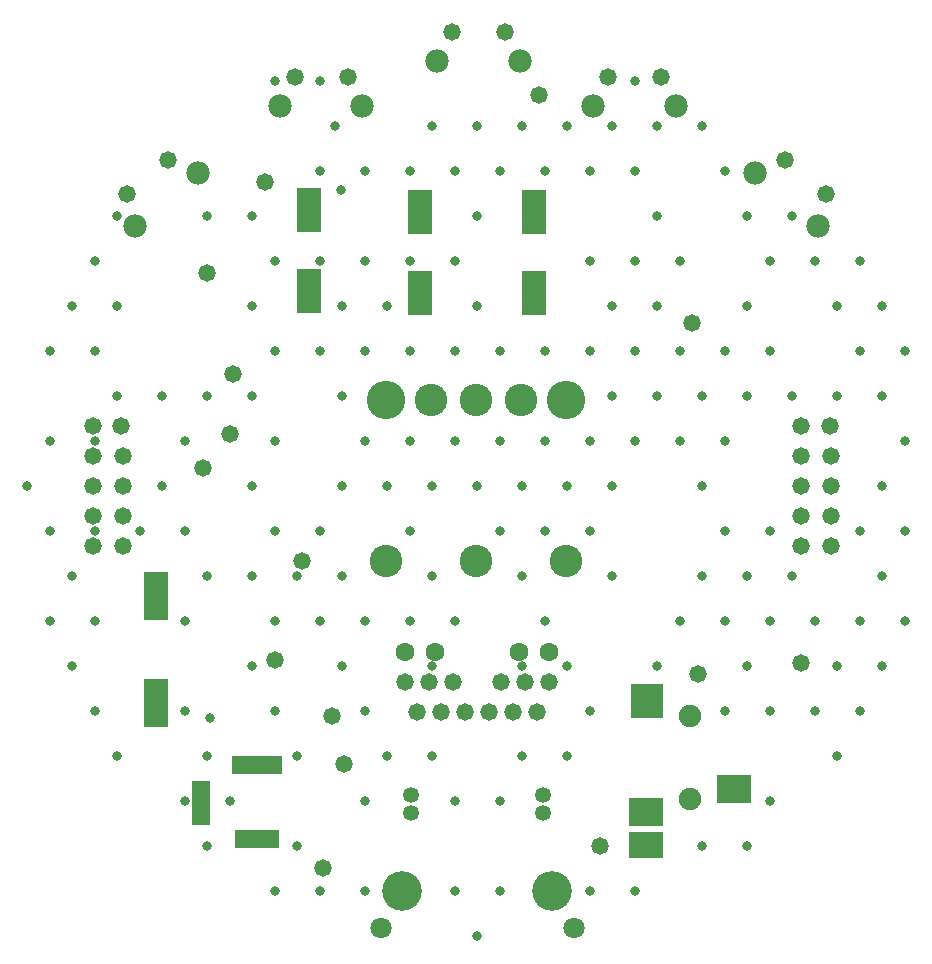
<source format=gbr>
%TF.GenerationSoftware,Altium Limited,Altium Designer,18.1.6 (161)*%
G04 Layer_Color=16711935*
%FSLAX26Y26*%
%MOIN*%
%TF.FileFunction,Soldermask,Bot*%
%TF.Part,Single*%
G01*
G75*
%TA.AperFunction,ComponentPad*%
%ADD33C,0.063000*%
%TA.AperFunction,SMDPad,CuDef*%
%ADD50R,0.118236X0.086740*%
%ADD51R,0.110362X0.118236*%
%ADD52R,0.118236X0.094614*%
%ADD53R,0.082803X0.163512*%
%ADD54R,0.084772X0.145795*%
%TA.AperFunction,ComponentPad*%
%ADD55C,0.058000*%
%ADD56C,0.074929*%
%ADD57C,0.078000*%
%ADD58C,0.053000*%
%ADD59C,0.132000*%
%ADD60C,0.071000*%
%ADD61C,0.128000*%
%ADD62C,0.108000*%
%ADD63R,0.059181X0.145795*%
%ADD64R,0.145795X0.059181*%
%ADD65R,0.165480X0.059181*%
%TA.AperFunction,ViaPad*%
%ADD66C,0.033000*%
%ADD67C,0.058000*%
D33*
X2910000Y2597000D02*
D03*
X3010000D02*
D03*
X3290000D02*
D03*
X3390000D02*
D03*
D50*
X3713661Y1954961D02*
D03*
D51*
X3717598Y2435276D02*
D03*
D52*
X4005000Y2140000D02*
D03*
X3713661Y2065197D02*
D03*
D53*
X2080000Y2782165D02*
D03*
Y2427835D02*
D03*
D54*
X2590000Y4069843D02*
D03*
Y3800157D02*
D03*
X2960000Y4064843D02*
D03*
Y3795157D02*
D03*
X3340000Y4064843D02*
D03*
Y3795157D02*
D03*
D55*
X2664997Y2385000D02*
D03*
X3864997Y3695000D02*
D03*
X2334997Y3525000D02*
D03*
X1984283Y4123060D02*
D03*
X2120000Y4236940D02*
D03*
X3230000Y2497000D02*
D03*
X3310000D02*
D03*
X3390000D02*
D03*
X3070000D02*
D03*
X2990000D02*
D03*
X2910000D02*
D03*
X2950000Y2397000D02*
D03*
X3030000D02*
D03*
X3110000D02*
D03*
X3190000D02*
D03*
X3270000D02*
D03*
X3350000D02*
D03*
X2718583Y4515000D02*
D03*
X2541417D02*
D03*
X3243189Y4665000D02*
D03*
X3066023D02*
D03*
X3763583Y4515000D02*
D03*
X3586417D02*
D03*
X4312858Y4123060D02*
D03*
X4177142Y4236940D02*
D03*
X4330709Y2949606D02*
D03*
Y3049606D02*
D03*
Y3149606D02*
D03*
Y3249606D02*
D03*
X4325709Y3349606D02*
D03*
X4230709D02*
D03*
Y3249606D02*
D03*
Y3149606D02*
D03*
Y3049606D02*
D03*
Y2949606D02*
D03*
X1968504D02*
D03*
Y3049606D02*
D03*
Y3149606D02*
D03*
Y3249606D02*
D03*
X1963504Y3349606D02*
D03*
X1868504D02*
D03*
Y3249606D02*
D03*
Y3149606D02*
D03*
Y3049606D02*
D03*
Y2949606D02*
D03*
D56*
X3859331Y2108504D02*
D03*
Y2384095D02*
D03*
D57*
X2009851Y4016029D02*
D03*
X2220965Y4193175D02*
D03*
X2767795Y4416575D02*
D03*
X2492205D02*
D03*
X3292401Y4566575D02*
D03*
X3016811D02*
D03*
X3812795Y4416575D02*
D03*
X3537205D02*
D03*
X4287291Y4016029D02*
D03*
X4076176Y4193175D02*
D03*
D58*
X2930000Y2121000D02*
D03*
X3370000D02*
D03*
X2930000Y2060000D02*
D03*
X3370000D02*
D03*
D59*
X2900000Y1801000D02*
D03*
X3400000D02*
D03*
D60*
X2828000Y1676000D02*
D03*
X3472000D02*
D03*
D61*
X2845000Y3437000D02*
D03*
X3445000D02*
D03*
D62*
X2995000D02*
D03*
X3145000D02*
D03*
X3295000D02*
D03*
X2845000Y2900000D02*
D03*
X3145000D02*
D03*
X3445000D02*
D03*
D63*
X2229961Y2093110D02*
D03*
D64*
X2415000Y1975000D02*
D03*
D65*
Y2219095D02*
D03*
D66*
X4500000Y3750000D02*
D03*
X4575000Y3600000D02*
D03*
X4500000Y3450000D02*
D03*
X4575000Y3300000D02*
D03*
X4500000Y3150000D02*
D03*
X4575000Y3000000D02*
D03*
X4500000Y2850000D02*
D03*
X4575000Y2700000D02*
D03*
X4500000Y2550000D02*
D03*
X4425000Y3900000D02*
D03*
X4350000Y3750000D02*
D03*
X4425000Y3600000D02*
D03*
X4350000Y3450000D02*
D03*
X4425000Y3000000D02*
D03*
Y2700000D02*
D03*
X4350000Y2550000D02*
D03*
X4425000Y2400000D02*
D03*
X4350000Y2250000D02*
D03*
X4200000Y4050000D02*
D03*
X4275000Y3900000D02*
D03*
X4200000Y3450000D02*
D03*
Y2850000D02*
D03*
X4275000Y2700000D02*
D03*
Y2400000D02*
D03*
X4050000Y4050000D02*
D03*
X4125000Y3900000D02*
D03*
X4050000Y3750000D02*
D03*
X4125000Y3600000D02*
D03*
X4050000Y3450000D02*
D03*
X4125000Y3000000D02*
D03*
X4050000Y2850000D02*
D03*
X4125000Y2700000D02*
D03*
X4050000Y2550000D02*
D03*
X4125000Y2400000D02*
D03*
Y2100000D02*
D03*
X4050000Y1950000D02*
D03*
X3900000Y4350000D02*
D03*
X3975000Y4200000D02*
D03*
Y3600000D02*
D03*
X3900000Y3450000D02*
D03*
X3975000Y3300000D02*
D03*
X3900000Y3150000D02*
D03*
X3975000Y3000000D02*
D03*
X3900000Y2850000D02*
D03*
X3975000Y2700000D02*
D03*
Y2400000D02*
D03*
X3900000Y1950000D02*
D03*
X3750000Y4350000D02*
D03*
Y4050000D02*
D03*
X3825000Y3900000D02*
D03*
X3750000Y3750000D02*
D03*
X3825000Y3600000D02*
D03*
X3750000Y3450000D02*
D03*
X3825000Y3300000D02*
D03*
Y2700000D02*
D03*
X3750000Y2550000D02*
D03*
X3675000Y4500000D02*
D03*
X3600000Y4350000D02*
D03*
X3675000Y4200000D02*
D03*
Y3900000D02*
D03*
X3600000Y3750000D02*
D03*
X3675000Y3600000D02*
D03*
X3600000Y3450000D02*
D03*
X3675000Y3300000D02*
D03*
X3600000Y3150000D02*
D03*
Y2850000D02*
D03*
X3675000Y1800000D02*
D03*
X3450000Y4350000D02*
D03*
X3525000Y4200000D02*
D03*
Y3900000D02*
D03*
Y3600000D02*
D03*
Y3300000D02*
D03*
X3450000Y3150000D02*
D03*
X3525000Y3000000D02*
D03*
X3450000Y2550000D02*
D03*
X3525000Y2400000D02*
D03*
X3450000Y2250000D02*
D03*
X3525000Y1800000D02*
D03*
X3300000Y4350000D02*
D03*
X3375000Y4200000D02*
D03*
Y3600000D02*
D03*
Y3300000D02*
D03*
X3300000Y3150000D02*
D03*
X3375000Y3000000D02*
D03*
X3300000Y2850000D02*
D03*
X3375000Y2700000D02*
D03*
X3300000Y2550000D02*
D03*
Y2250000D02*
D03*
X3150000Y4350000D02*
D03*
X3225000Y4200000D02*
D03*
X3150000Y4050000D02*
D03*
Y3750000D02*
D03*
X3225000Y3600000D02*
D03*
Y3300000D02*
D03*
X3150000Y3150000D02*
D03*
X3225000Y3000000D02*
D03*
Y2100000D02*
D03*
Y1800000D02*
D03*
X3150000Y1650000D02*
D03*
X3000000Y4350000D02*
D03*
X3075000Y4200000D02*
D03*
Y3900000D02*
D03*
Y3600000D02*
D03*
Y3300000D02*
D03*
X3000000Y3150000D02*
D03*
Y2850000D02*
D03*
X3075000Y2700000D02*
D03*
X3000000Y2550000D02*
D03*
Y2250000D02*
D03*
X3075000Y2100000D02*
D03*
Y1800000D02*
D03*
X2925000Y4200000D02*
D03*
Y3900000D02*
D03*
X2850000Y3750000D02*
D03*
X2925000Y3600000D02*
D03*
Y3300000D02*
D03*
X2850000Y3150000D02*
D03*
X2925000Y3000000D02*
D03*
Y2700000D02*
D03*
X2850000Y2250000D02*
D03*
X2775000Y4200000D02*
D03*
Y3900000D02*
D03*
X2700000Y3750000D02*
D03*
X2775000Y3600000D02*
D03*
X2700000Y3450000D02*
D03*
X2775000Y3300000D02*
D03*
X2700000Y3150000D02*
D03*
Y2850000D02*
D03*
X2775000Y2700000D02*
D03*
X2700000Y2550000D02*
D03*
X2775000Y2400000D02*
D03*
Y2100000D02*
D03*
Y1800000D02*
D03*
X2625000Y4500000D02*
D03*
Y4200000D02*
D03*
Y3900000D02*
D03*
Y3600000D02*
D03*
Y3000000D02*
D03*
X2550000Y2850000D02*
D03*
X2625000Y2700000D02*
D03*
X2550000Y2250000D02*
D03*
Y1950000D02*
D03*
X2625000Y1800000D02*
D03*
X2475000Y4500000D02*
D03*
X2400000Y4050000D02*
D03*
X2475000Y3900000D02*
D03*
X2400000Y3750000D02*
D03*
X2475000Y3600000D02*
D03*
X2400000Y3450000D02*
D03*
X2475000Y3300000D02*
D03*
X2400000Y3150000D02*
D03*
X2475000Y3000000D02*
D03*
X2400000Y2850000D02*
D03*
X2475000Y2700000D02*
D03*
X2400000Y2550000D02*
D03*
X2475000Y2400000D02*
D03*
Y1800000D02*
D03*
X2250000Y4050000D02*
D03*
Y3450000D02*
D03*
Y2850000D02*
D03*
Y2250000D02*
D03*
X2325000Y2100000D02*
D03*
X2250000Y1950000D02*
D03*
X2100000Y3450000D02*
D03*
X2175000Y3300000D02*
D03*
X2100000Y3150000D02*
D03*
X2175000Y3000000D02*
D03*
Y2700000D02*
D03*
Y2400000D02*
D03*
Y2100000D02*
D03*
X1950000Y4050000D02*
D03*
Y3750000D02*
D03*
Y3450000D02*
D03*
X2025000Y3000000D02*
D03*
X1950000Y2250000D02*
D03*
X1875000Y3900000D02*
D03*
X1800000Y3750000D02*
D03*
X1875000Y3600000D02*
D03*
Y3300000D02*
D03*
Y3000000D02*
D03*
X1800000Y2850000D02*
D03*
X1875000Y2700000D02*
D03*
X1800000Y2550000D02*
D03*
X1875000Y2400000D02*
D03*
X1725000Y3600000D02*
D03*
Y3300000D02*
D03*
X1650000Y3150000D02*
D03*
X1725000Y3000000D02*
D03*
Y2700000D02*
D03*
X2260000Y2377795D02*
D03*
X2695000Y4137816D02*
D03*
X2675000Y4350000D02*
D03*
D67*
X2705000Y2224095D02*
D03*
X2636496Y1878504D02*
D03*
X3355000Y4455000D02*
D03*
X2565000Y2900000D02*
D03*
X2250000Y3860000D02*
D03*
X2443189Y4165000D02*
D03*
X3560000Y1950000D02*
D03*
X4230709Y2560000D02*
D03*
X3885000Y2525000D02*
D03*
X2235000Y3210000D02*
D03*
X2475000Y2570000D02*
D03*
X2325000Y3323189D02*
D03*
%TF.MD5,69ff020b021c6063237acd347bb57cd0*%
M02*

</source>
